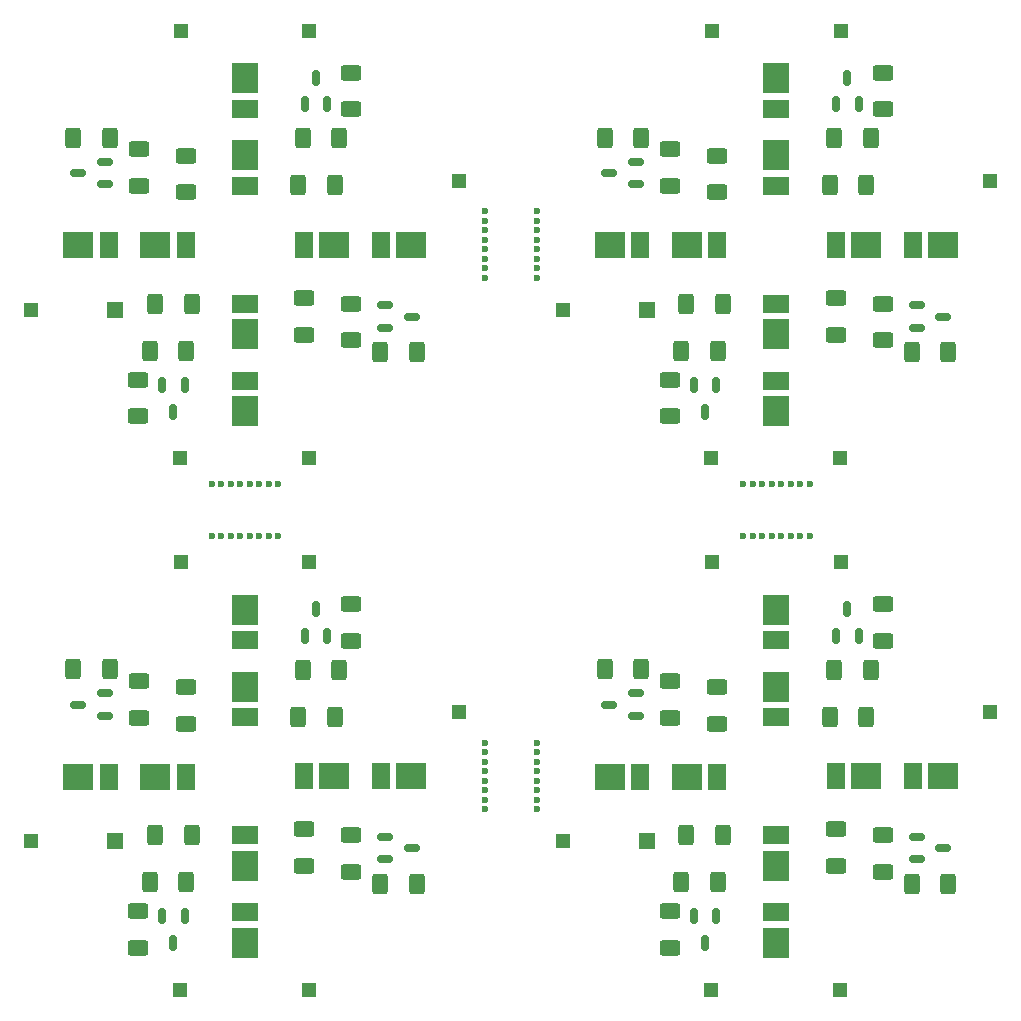
<source format=gbr>
%TF.GenerationSoftware,KiCad,Pcbnew,7.0.1*%
%TF.CreationDate,2023-09-10T14:17:04+09:00*%
%TF.ProjectId,logic_block,6c6f6769-635f-4626-9c6f-636b2e6b6963,rev?*%
%TF.SameCoordinates,Original*%
%TF.FileFunction,Soldermask,Top*%
%TF.FilePolarity,Negative*%
%FSLAX46Y46*%
G04 Gerber Fmt 4.6, Leading zero omitted, Abs format (unit mm)*
G04 Created by KiCad (PCBNEW 7.0.1) date 2023-09-10 14:17:04*
%MOMM*%
%LPD*%
G01*
G04 APERTURE LIST*
G04 Aperture macros list*
%AMRoundRect*
0 Rectangle with rounded corners*
0 $1 Rounding radius*
0 $2 $3 $4 $5 $6 $7 $8 $9 X,Y pos of 4 corners*
0 Add a 4 corners polygon primitive as box body*
4,1,4,$2,$3,$4,$5,$6,$7,$8,$9,$2,$3,0*
0 Add four circle primitives for the rounded corners*
1,1,$1+$1,$2,$3*
1,1,$1+$1,$4,$5*
1,1,$1+$1,$6,$7*
1,1,$1+$1,$8,$9*
0 Add four rect primitives between the rounded corners*
20,1,$1+$1,$2,$3,$4,$5,0*
20,1,$1+$1,$4,$5,$6,$7,0*
20,1,$1+$1,$6,$7,$8,$9,0*
20,1,$1+$1,$8,$9,$2,$3,0*%
G04 Aperture macros list end*
%ADD10R,1.159000X1.159000*%
%ADD11RoundRect,0.250000X0.625000X-0.400000X0.625000X0.400000X-0.625000X0.400000X-0.625000X-0.400000X0*%
%ADD12RoundRect,0.250000X-0.625000X0.400000X-0.625000X-0.400000X0.625000X-0.400000X0.625000X0.400000X0*%
%ADD13RoundRect,0.250000X0.400000X0.625000X-0.400000X0.625000X-0.400000X-0.625000X0.400000X-0.625000X0*%
%ADD14RoundRect,0.250000X-0.400000X-0.625000X0.400000X-0.625000X0.400000X0.625000X-0.400000X0.625000X0*%
%ADD15R,2.500000X2.200000*%
%ADD16R,1.550000X2.200000*%
%ADD17R,2.200000X2.500000*%
%ADD18R,2.200000X1.550000*%
%ADD19RoundRect,0.150000X-0.150000X0.512500X-0.150000X-0.512500X0.150000X-0.512500X0.150000X0.512500X0*%
%ADD20RoundRect,0.150000X0.512500X0.150000X-0.512500X0.150000X-0.512500X-0.150000X0.512500X-0.150000X0*%
%ADD21R,1.350000X1.350000*%
%ADD22RoundRect,0.150000X-0.512500X-0.150000X0.512500X-0.150000X0.512500X0.150000X-0.512500X0.150000X0*%
%ADD23RoundRect,0.150000X0.150000X-0.512500X0.150000X0.512500X-0.150000X0.512500X-0.150000X-0.512500X0*%
%ADD24C,0.600000*%
G04 APERTURE END LIST*
D10*
%TO.C,J305*%
X164725000Y-50940000D03*
%TD*%
%TO.C,J306*%
X153775000Y-87140000D03*
%TD*%
D11*
%TO.C,R302*%
X168275000Y-57590000D03*
X168275000Y-54490000D03*
%TD*%
D12*
%TO.C,R308*%
X150225000Y-80490000D03*
X150225000Y-83590000D03*
%TD*%
D10*
%TO.C,J303*%
X164675000Y-87140000D03*
%TD*%
%TO.C,J301*%
X153825000Y-50940000D03*
%TD*%
D13*
%TO.C,R309*%
X154325000Y-78040000D03*
X151225000Y-78040000D03*
%TD*%
D10*
%TO.C,J304*%
X141175000Y-74540000D03*
%TD*%
D14*
%TO.C,R305*%
X170725000Y-78140000D03*
X173825000Y-78140000D03*
%TD*%
D10*
%TO.C,J302*%
X177375000Y-63640000D03*
%TD*%
D15*
%TO.C,D308*%
X151700000Y-69115000D03*
D16*
X154275000Y-69115000D03*
%TD*%
D12*
%TO.C,R304*%
X164300000Y-73565000D03*
X164300000Y-76665000D03*
%TD*%
D15*
%TO.C,D304*%
X166850000Y-69065000D03*
D16*
X164275000Y-69065000D03*
%TD*%
D14*
%TO.C,R301*%
X163775000Y-64040000D03*
X166875000Y-64040000D03*
%TD*%
%TO.C,R303*%
X164175000Y-60040000D03*
X167275000Y-60040000D03*
%TD*%
D17*
%TO.C,D301*%
X159275000Y-54965000D03*
D18*
X159275000Y-57540000D03*
%TD*%
D12*
%TO.C,R306*%
X168275000Y-74040000D03*
X168275000Y-77140000D03*
%TD*%
D17*
%TO.C,D306*%
X159250000Y-76615000D03*
D18*
X159250000Y-74040000D03*
%TD*%
D19*
%TO.C,Q303*%
X154175000Y-80902500D03*
X152275000Y-80902500D03*
X153225000Y-83177500D03*
%TD*%
D20*
%TO.C,Q304*%
X147412500Y-63940000D03*
X147412500Y-62040000D03*
X145137500Y-62990000D03*
%TD*%
D15*
%TO.C,D303*%
X173375000Y-69065000D03*
D16*
X170800000Y-69065000D03*
%TD*%
D21*
%TO.C,J307*%
X148275000Y-74540000D03*
%TD*%
D22*
%TO.C,Q302*%
X171137500Y-74190000D03*
X171137500Y-76090000D03*
X173412500Y-75140000D03*
%TD*%
D11*
%TO.C,R312*%
X150275000Y-64090000D03*
X150275000Y-60990000D03*
%TD*%
D13*
%TO.C,R307*%
X154750000Y-74065000D03*
X151650000Y-74065000D03*
%TD*%
D15*
%TO.C,D307*%
X145175000Y-69115000D03*
D16*
X147750000Y-69115000D03*
%TD*%
D17*
%TO.C,D302*%
X159275000Y-61490000D03*
D18*
X159275000Y-64065000D03*
%TD*%
D17*
%TO.C,D305*%
X159250000Y-83140000D03*
D18*
X159250000Y-80565000D03*
%TD*%
D11*
%TO.C,R310*%
X154250000Y-64615000D03*
X154250000Y-61515000D03*
%TD*%
D23*
%TO.C,Q301*%
X164325000Y-57177500D03*
X166225000Y-57177500D03*
X165275000Y-54902500D03*
%TD*%
D13*
%TO.C,R311*%
X147825000Y-59990000D03*
X144725000Y-59990000D03*
%TD*%
D10*
%TO.C,J305*%
X164725000Y-95940000D03*
%TD*%
%TO.C,J306*%
X153775000Y-132140000D03*
%TD*%
D11*
%TO.C,R302*%
X168275000Y-102590000D03*
X168275000Y-99490000D03*
%TD*%
D12*
%TO.C,R308*%
X150225000Y-125490000D03*
X150225000Y-128590000D03*
%TD*%
D10*
%TO.C,J303*%
X164675000Y-132140000D03*
%TD*%
%TO.C,J301*%
X153825000Y-95940000D03*
%TD*%
D13*
%TO.C,R309*%
X154325000Y-123040000D03*
X151225000Y-123040000D03*
%TD*%
D10*
%TO.C,J304*%
X141175000Y-119540000D03*
%TD*%
D14*
%TO.C,R305*%
X170725000Y-123140000D03*
X173825000Y-123140000D03*
%TD*%
D10*
%TO.C,J302*%
X177375000Y-108640000D03*
%TD*%
D15*
%TO.C,D308*%
X151700000Y-114115000D03*
D16*
X154275000Y-114115000D03*
%TD*%
D12*
%TO.C,R304*%
X164300000Y-118565000D03*
X164300000Y-121665000D03*
%TD*%
D15*
%TO.C,D304*%
X166850000Y-114065000D03*
D16*
X164275000Y-114065000D03*
%TD*%
D14*
%TO.C,R301*%
X163775000Y-109040000D03*
X166875000Y-109040000D03*
%TD*%
%TO.C,R303*%
X164175000Y-105040000D03*
X167275000Y-105040000D03*
%TD*%
D17*
%TO.C,D301*%
X159275000Y-99965000D03*
D18*
X159275000Y-102540000D03*
%TD*%
D12*
%TO.C,R306*%
X168275000Y-119040000D03*
X168275000Y-122140000D03*
%TD*%
D17*
%TO.C,D306*%
X159250000Y-121615000D03*
D18*
X159250000Y-119040000D03*
%TD*%
D19*
%TO.C,Q303*%
X154175000Y-125902500D03*
X152275000Y-125902500D03*
X153225000Y-128177500D03*
%TD*%
D20*
%TO.C,Q304*%
X147412500Y-108940000D03*
X147412500Y-107040000D03*
X145137500Y-107990000D03*
%TD*%
D15*
%TO.C,D303*%
X173375000Y-114065000D03*
D16*
X170800000Y-114065000D03*
%TD*%
D21*
%TO.C,J307*%
X148275000Y-119540000D03*
%TD*%
D22*
%TO.C,Q302*%
X171137500Y-119190000D03*
X171137500Y-121090000D03*
X173412500Y-120140000D03*
%TD*%
D11*
%TO.C,R312*%
X150275000Y-109090000D03*
X150275000Y-105990000D03*
%TD*%
D13*
%TO.C,R307*%
X154750000Y-119065000D03*
X151650000Y-119065000D03*
%TD*%
D15*
%TO.C,D307*%
X145175000Y-114115000D03*
D16*
X147750000Y-114115000D03*
%TD*%
D17*
%TO.C,D302*%
X159275000Y-106490000D03*
D18*
X159275000Y-109065000D03*
%TD*%
D17*
%TO.C,D305*%
X159250000Y-128140000D03*
D18*
X159250000Y-125565000D03*
%TD*%
D11*
%TO.C,R310*%
X154250000Y-109615000D03*
X154250000Y-106515000D03*
%TD*%
D23*
%TO.C,Q301*%
X164325000Y-102177500D03*
X166225000Y-102177500D03*
X165275000Y-99902500D03*
%TD*%
D13*
%TO.C,R311*%
X147825000Y-104990000D03*
X144725000Y-104990000D03*
%TD*%
D10*
%TO.C,J305*%
X119725000Y-95940000D03*
%TD*%
%TO.C,J306*%
X108775000Y-132140000D03*
%TD*%
D11*
%TO.C,R302*%
X123275000Y-102590000D03*
X123275000Y-99490000D03*
%TD*%
D12*
%TO.C,R308*%
X105225000Y-125490000D03*
X105225000Y-128590000D03*
%TD*%
D10*
%TO.C,J303*%
X119675000Y-132140000D03*
%TD*%
%TO.C,J301*%
X108825000Y-95940000D03*
%TD*%
D13*
%TO.C,R309*%
X109325000Y-123040000D03*
X106225000Y-123040000D03*
%TD*%
D10*
%TO.C,J304*%
X96175000Y-119540000D03*
%TD*%
D14*
%TO.C,R305*%
X125725000Y-123140000D03*
X128825000Y-123140000D03*
%TD*%
D10*
%TO.C,J302*%
X132375000Y-108640000D03*
%TD*%
D15*
%TO.C,D308*%
X106700000Y-114115000D03*
D16*
X109275000Y-114115000D03*
%TD*%
D12*
%TO.C,R304*%
X119300000Y-118565000D03*
X119300000Y-121665000D03*
%TD*%
D15*
%TO.C,D304*%
X121850000Y-114065000D03*
D16*
X119275000Y-114065000D03*
%TD*%
D14*
%TO.C,R301*%
X118775000Y-109040000D03*
X121875000Y-109040000D03*
%TD*%
%TO.C,R303*%
X119175000Y-105040000D03*
X122275000Y-105040000D03*
%TD*%
D17*
%TO.C,D301*%
X114275000Y-99965000D03*
D18*
X114275000Y-102540000D03*
%TD*%
D12*
%TO.C,R306*%
X123275000Y-119040000D03*
X123275000Y-122140000D03*
%TD*%
D17*
%TO.C,D306*%
X114250000Y-121615000D03*
D18*
X114250000Y-119040000D03*
%TD*%
D19*
%TO.C,Q303*%
X109175000Y-125902500D03*
X107275000Y-125902500D03*
X108225000Y-128177500D03*
%TD*%
D20*
%TO.C,Q304*%
X102412500Y-108940000D03*
X102412500Y-107040000D03*
X100137500Y-107990000D03*
%TD*%
D15*
%TO.C,D303*%
X128375000Y-114065000D03*
D16*
X125800000Y-114065000D03*
%TD*%
D21*
%TO.C,J307*%
X103275000Y-119540000D03*
%TD*%
D22*
%TO.C,Q302*%
X126137500Y-119190000D03*
X126137500Y-121090000D03*
X128412500Y-120140000D03*
%TD*%
D11*
%TO.C,R312*%
X105275000Y-109090000D03*
X105275000Y-105990000D03*
%TD*%
D13*
%TO.C,R307*%
X109750000Y-119065000D03*
X106650000Y-119065000D03*
%TD*%
D15*
%TO.C,D307*%
X100175000Y-114115000D03*
D16*
X102750000Y-114115000D03*
%TD*%
D17*
%TO.C,D302*%
X114275000Y-106490000D03*
D18*
X114275000Y-109065000D03*
%TD*%
D17*
%TO.C,D305*%
X114250000Y-128140000D03*
D18*
X114250000Y-125565000D03*
%TD*%
D11*
%TO.C,R310*%
X109250000Y-109615000D03*
X109250000Y-106515000D03*
%TD*%
D23*
%TO.C,Q301*%
X119325000Y-102177500D03*
X121225000Y-102177500D03*
X120275000Y-99902500D03*
%TD*%
D13*
%TO.C,R311*%
X102825000Y-104990000D03*
X99725000Y-104990000D03*
%TD*%
D10*
%TO.C,J305*%
X119725000Y-50940000D03*
%TD*%
%TO.C,J306*%
X108775000Y-87140000D03*
%TD*%
D11*
%TO.C,R302*%
X123275000Y-57590000D03*
X123275000Y-54490000D03*
%TD*%
D12*
%TO.C,R308*%
X105225000Y-80490000D03*
X105225000Y-83590000D03*
%TD*%
D10*
%TO.C,J303*%
X119675000Y-87140000D03*
%TD*%
%TO.C,J301*%
X108825000Y-50940000D03*
%TD*%
D13*
%TO.C,R309*%
X109325000Y-78040000D03*
X106225000Y-78040000D03*
%TD*%
D10*
%TO.C,J304*%
X96175000Y-74540000D03*
%TD*%
D14*
%TO.C,R305*%
X125725000Y-78140000D03*
X128825000Y-78140000D03*
%TD*%
D10*
%TO.C,J302*%
X132375000Y-63640000D03*
%TD*%
D15*
%TO.C,D308*%
X106700000Y-69115000D03*
D16*
X109275000Y-69115000D03*
%TD*%
D12*
%TO.C,R304*%
X119300000Y-73565000D03*
X119300000Y-76665000D03*
%TD*%
D15*
%TO.C,D304*%
X121850000Y-69065000D03*
D16*
X119275000Y-69065000D03*
%TD*%
D14*
%TO.C,R301*%
X118775000Y-64040000D03*
X121875000Y-64040000D03*
%TD*%
%TO.C,R303*%
X119175000Y-60040000D03*
X122275000Y-60040000D03*
%TD*%
D17*
%TO.C,D301*%
X114275000Y-54965000D03*
D18*
X114275000Y-57540000D03*
%TD*%
D12*
%TO.C,R306*%
X123275000Y-74040000D03*
X123275000Y-77140000D03*
%TD*%
D17*
%TO.C,D306*%
X114250000Y-76615000D03*
D18*
X114250000Y-74040000D03*
%TD*%
D19*
%TO.C,Q303*%
X109175000Y-80902500D03*
X107275000Y-80902500D03*
X108225000Y-83177500D03*
%TD*%
D20*
%TO.C,Q304*%
X102412500Y-63940000D03*
X102412500Y-62040000D03*
X100137500Y-62990000D03*
%TD*%
D15*
%TO.C,D303*%
X128375000Y-69065000D03*
D16*
X125800000Y-69065000D03*
%TD*%
D21*
%TO.C,J307*%
X103275000Y-74540000D03*
%TD*%
D22*
%TO.C,Q302*%
X126137500Y-74190000D03*
X126137500Y-76090000D03*
X128412500Y-75140000D03*
%TD*%
D11*
%TO.C,R312*%
X105275000Y-64090000D03*
X105275000Y-60990000D03*
%TD*%
D13*
%TO.C,R307*%
X109750000Y-74065000D03*
X106650000Y-74065000D03*
%TD*%
D15*
%TO.C,D307*%
X100175000Y-69115000D03*
D16*
X102750000Y-69115000D03*
%TD*%
D17*
%TO.C,D302*%
X114275000Y-61490000D03*
D18*
X114275000Y-64065000D03*
%TD*%
D17*
%TO.C,D305*%
X114250000Y-83140000D03*
D18*
X114250000Y-80565000D03*
%TD*%
D11*
%TO.C,R310*%
X109250000Y-64615000D03*
X109250000Y-61515000D03*
%TD*%
D23*
%TO.C,Q301*%
X119325000Y-57177500D03*
X121225000Y-57177500D03*
X120275000Y-54902500D03*
%TD*%
D13*
%TO.C,R311*%
X102825000Y-59990000D03*
X99725000Y-59990000D03*
%TD*%
D24*
%TO.C,REF\u002A\u002A*%
X162075000Y-93740000D03*
X162075000Y-89340000D03*
X161275000Y-93740000D03*
X161275000Y-89340000D03*
X160475000Y-93740000D03*
X160475000Y-89340000D03*
X159675000Y-93740000D03*
X159675000Y-89340000D03*
X158875000Y-93740000D03*
X158875000Y-89340000D03*
X158075000Y-93740000D03*
X158075000Y-89340000D03*
X157275000Y-93740000D03*
X157275000Y-89340000D03*
X156475000Y-93740000D03*
X156475000Y-89340000D03*
%TD*%
%TO.C,REF\u002A\u002A*%
X138975000Y-66240000D03*
X134575000Y-66240000D03*
X138975000Y-67040000D03*
X134575000Y-67040000D03*
X138975000Y-67840000D03*
X134575000Y-67840000D03*
X138975000Y-68640000D03*
X134575000Y-68640000D03*
X138975000Y-69440000D03*
X134575000Y-69440000D03*
X138975000Y-70240000D03*
X134575000Y-70240000D03*
X138975000Y-71040000D03*
X134575000Y-71040000D03*
X138975000Y-71840000D03*
X134575000Y-71840000D03*
%TD*%
%TO.C,REF\u002A\u002A*%
X134575000Y-116840000D03*
X138975000Y-116840000D03*
X134575000Y-116040000D03*
X138975000Y-116040000D03*
X134575000Y-115240000D03*
X138975000Y-115240000D03*
X134575000Y-114440000D03*
X138975000Y-114440000D03*
X134575000Y-113640000D03*
X138975000Y-113640000D03*
X134575000Y-112840000D03*
X138975000Y-112840000D03*
X134575000Y-112040000D03*
X138975000Y-112040000D03*
X134575000Y-111240000D03*
X138975000Y-111240000D03*
%TD*%
%TO.C,REF\u002A\u002A*%
X111475000Y-89340000D03*
X111475000Y-93740000D03*
X112275000Y-89340000D03*
X112275000Y-93740000D03*
X113075000Y-89340000D03*
X113075000Y-93740000D03*
X113875000Y-89340000D03*
X113875000Y-93740000D03*
X114675000Y-89340000D03*
X114675000Y-93740000D03*
X115475000Y-89340000D03*
X115475000Y-93740000D03*
X116275000Y-89340000D03*
X116275000Y-93740000D03*
X117075000Y-89340000D03*
X117075000Y-93740000D03*
%TD*%
M02*

</source>
